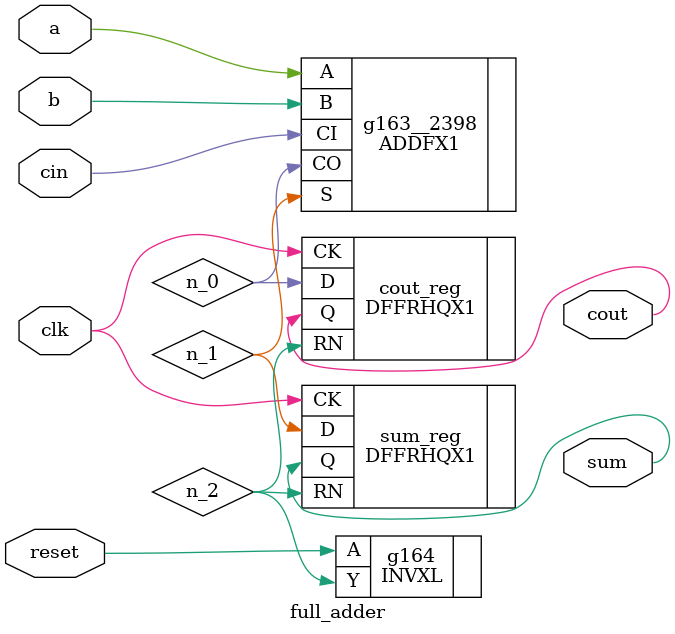
<source format=v>


// Verification Directory fv/full_adder 

module full_adder(clk, reset, a, b, cin, sum, cout);
  input clk, reset, a, b, cin;
  output sum, cout;
  wire clk, reset, a, b, cin;
  wire sum, cout;
  wire n_0, n_1, n_2;
  DFFRHQX1 sum_reg(.RN (n_2), .CK (clk), .D (n_1), .Q (sum));
  DFFRHQX1 cout_reg(.RN (n_2), .CK (clk), .D (n_0), .Q (cout));
  ADDFX1 g163__2398(.A (a), .B (b), .CI (cin), .CO (n_0), .S (n_1));
  INVXL g164(.A (reset), .Y (n_2));
endmodule


</source>
